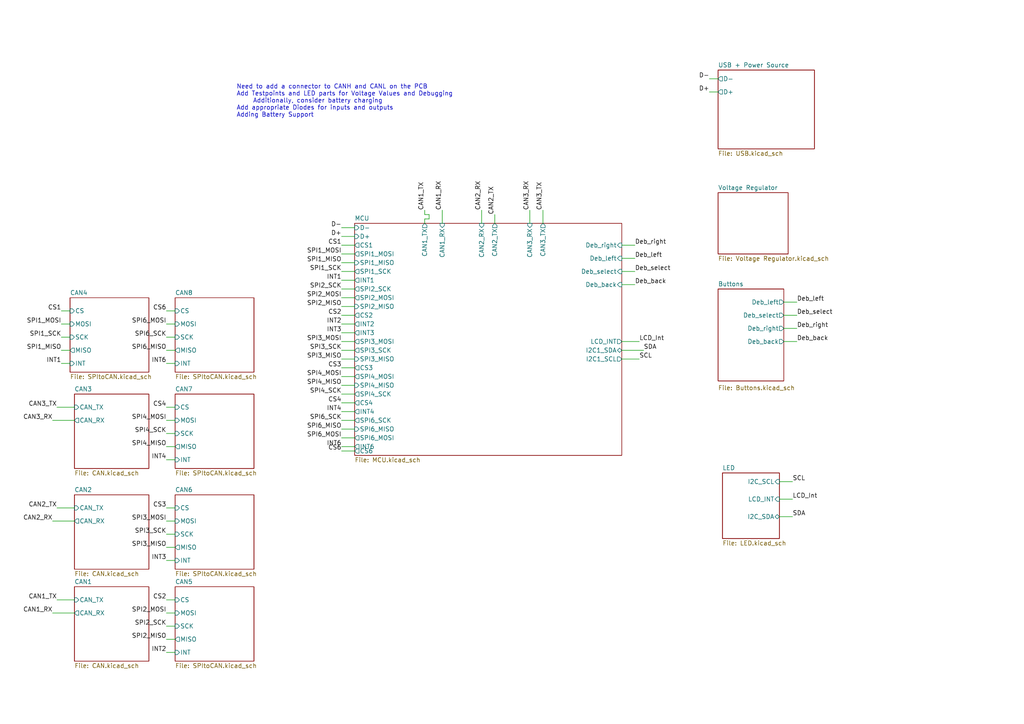
<source format=kicad_sch>
(kicad_sch (version 20230121) (generator eeschema)
  (paper "A4")
  (lib_symbols)
  (wire (pts (xy 48.26 147.32) (xy 50.8 147.32)))
  (wire (pts (xy 99.06 83.82) (xy 102.87 83.82)))
  (wire (pts (xy 226.06 139.7) (xy 229.87 139.7)))
  (wire (pts (xy 99.06 106.68) (xy 102.87 106.68)))
  (wire (pts (xy 48.26 133.35) (xy 50.8 133.35)))
  (wire (pts (xy 48.26 151.13) (xy 50.8 151.13)))
  (wire (pts (xy 123.19 62.23) (xy 123.19 60.96)))
  (wire (pts (xy 123.19 63.5) (xy 123.19 64.77)))
  (wire (pts (xy 99.06 130.81) (xy 102.87 130.81)))
  (wire (pts (xy 99.06 78.74) (xy 102.87 78.74)))
  (wire (pts (xy 99.06 99.06) (xy 102.87 99.06)))
  (wire (pts (xy 124.46 63.5) (xy 124.46 62.23)))
  (wire (pts (xy 226.06 149.86) (xy 229.87 149.86)))
  (wire (pts (xy 99.06 96.52) (xy 102.87 96.52)))
  (wire (pts (xy 128.27 60.96) (xy 128.27 64.77)))
  (wire (pts (xy 48.26 129.54) (xy 50.8 129.54)))
  (wire (pts (xy 99.06 81.28) (xy 102.87 81.28)))
  (wire (pts (xy 17.78 97.79) (xy 20.32 97.79)))
  (wire (pts (xy 48.26 158.75) (xy 50.8 158.75)))
  (wire (pts (xy 48.26 154.94) (xy 50.8 154.94)))
  (wire (pts (xy 99.06 86.36) (xy 102.87 86.36)))
  (wire (pts (xy 99.06 109.22) (xy 102.87 109.22)))
  (wire (pts (xy 15.24 151.13) (xy 21.59 151.13)))
  (wire (pts (xy 99.06 91.44) (xy 102.87 91.44)))
  (wire (pts (xy 48.26 185.42) (xy 50.8 185.42)))
  (wire (pts (xy 180.34 101.6) (xy 186.69 101.6)))
  (wire (pts (xy 16.51 173.99) (xy 21.59 173.99)))
  (wire (pts (xy 17.78 101.6) (xy 20.32 101.6)))
  (wire (pts (xy 99.06 88.9) (xy 102.87 88.9)))
  (wire (pts (xy 99.06 68.58) (xy 102.87 68.58)))
  (wire (pts (xy 180.34 99.06) (xy 185.42 99.06)))
  (wire (pts (xy 123.19 63.5) (xy 124.46 63.5)))
  (wire (pts (xy 48.26 189.23) (xy 50.8 189.23)))
  (wire (pts (xy 48.26 125.73) (xy 50.8 125.73)))
  (wire (pts (xy 139.7 60.96) (xy 139.7 64.77)))
  (wire (pts (xy 48.26 181.61) (xy 50.8 181.61)))
  (wire (pts (xy 99.06 121.92) (xy 102.87 121.92)))
  (wire (pts (xy 99.06 76.2) (xy 102.87 76.2)))
  (wire (pts (xy 17.78 93.98) (xy 20.32 93.98)))
  (wire (pts (xy 48.26 118.11) (xy 50.8 118.11)))
  (wire (pts (xy 16.51 118.11) (xy 21.59 118.11)))
  (wire (pts (xy 99.06 101.6) (xy 102.87 101.6)))
  (wire (pts (xy 227.33 99.06) (xy 231.14 99.06)))
  (wire (pts (xy 99.06 73.66) (xy 102.87 73.66)))
  (wire (pts (xy 205.74 26.67) (xy 208.28 26.67)))
  (wire (pts (xy 157.48 60.96) (xy 157.48 64.77)))
  (wire (pts (xy 227.33 87.63) (xy 231.14 87.63)))
  (wire (pts (xy 99.06 129.54) (xy 102.87 129.54)))
  (wire (pts (xy 99.06 116.84) (xy 102.87 116.84)))
  (wire (pts (xy 48.26 162.56) (xy 50.8 162.56)))
  (wire (pts (xy 227.33 91.44) (xy 231.14 91.44)))
  (wire (pts (xy 48.26 93.98) (xy 50.8 93.98)))
  (wire (pts (xy 99.06 114.3) (xy 102.87 114.3)))
  (wire (pts (xy 123.19 62.23) (xy 124.46 62.23)))
  (wire (pts (xy 99.06 71.12) (xy 102.87 71.12)))
  (wire (pts (xy 48.26 101.6) (xy 50.8 101.6)))
  (wire (pts (xy 153.67 60.96) (xy 153.67 64.77)))
  (wire (pts (xy 180.34 74.93) (xy 184.15 74.93)))
  (wire (pts (xy 48.26 177.8) (xy 50.8 177.8)))
  (wire (pts (xy 99.06 124.46) (xy 102.87 124.46)))
  (wire (pts (xy 16.51 147.32) (xy 21.59 147.32)))
  (wire (pts (xy 180.34 104.14) (xy 185.42 104.14)))
  (wire (pts (xy 17.78 105.41) (xy 20.32 105.41)))
  (wire (pts (xy 180.34 78.74) (xy 184.15 78.74)))
  (wire (pts (xy 99.06 66.04) (xy 102.87 66.04)))
  (wire (pts (xy 99.06 93.98) (xy 102.87 93.98)))
  (wire (pts (xy 15.24 121.92) (xy 21.59 121.92)))
  (wire (pts (xy 48.26 121.92) (xy 50.8 121.92)))
  (wire (pts (xy 227.33 95.25) (xy 231.14 95.25)))
  (wire (pts (xy 15.24 177.8) (xy 21.59 177.8)))
  (wire (pts (xy 48.26 105.41) (xy 50.8 105.41)))
  (wire (pts (xy 226.06 144.78) (xy 229.87 144.78)))
  (wire (pts (xy 205.74 22.86) (xy 208.28 22.86)))
  (wire (pts (xy 99.06 111.76) (xy 102.87 111.76)))
  (wire (pts (xy 143.51 62.23) (xy 143.51 64.77)))
  (wire (pts (xy 48.26 97.79) (xy 50.8 97.79)))
  (wire (pts (xy 180.34 71.12) (xy 184.15 71.12)))
  (wire (pts (xy 17.78 90.17) (xy 20.32 90.17)))
  (wire (pts (xy 99.06 119.38) (xy 102.87 119.38)))
  (wire (pts (xy 48.26 173.99) (xy 50.8 173.99)))
  (wire (pts (xy 99.06 127) (xy 102.87 127)))
  (wire (pts (xy 180.34 82.55) (xy 184.15 82.55)))
  (wire (pts (xy 99.06 104.14) (xy 102.87 104.14)))
  (wire (pts (xy 48.26 90.17) (xy 50.8 90.17)))
  (text "Need to add a connector to CANH and CANL on the PCB\nAdd Testpoints and LED parts for Voltage Values and Debugging\n	Additionally, consider battery charging\nAdd appropriate Diodes for inputs and outputs\nAdding Battery Support\n\n\n\n\n\n\n\n\n\n\n" (at 68.58 54.61 0) (effects (font (size 1.27 1.27)) (justify left bottom)))
  (label "SDA" (at 229.87 149.86 0))
  (label "SPI3_MOSI" (at 48.26 151.13 180))
  (label "SPI3_SCK" (at 48.26 154.94 180))
  (label "CAN3_RX" (at 153.67 60.96 90))
  (label "Deb_back" (at 231.14 99.06 0))
  (label "CS6" (at 99.06 130.81 180))
  (label "SPI3_MISO" (at 48.26 158.75 180))
  (label "CS2" (at 99.06 91.44 180))
  (label "D-" (at 99.06 66.04 180))
  (label "CAN2_RX" (at 15.24 151.13 180))
  (label "CS2" (at 48.26 173.99 180))
  (label "INT2" (at 48.26 189.23 180))
  (label "SPI2_MISO" (at 99.06 88.9 180))
  (label "CAN3_TX" (at 16.51 118.11 180))
  (label "CAN1_RX" (at 15.24 177.8 180))
  (label "SCL" (at 229.87 139.7 0))
  (label "CS6" (at 48.26 90.17 180))
  (label "SPI1_MOSI" (at 17.78 93.98 180))
  (label "SPI2_MOSI" (at 99.06 86.36 180))
  (label "SPI1_SCK" (at 99.06 78.74 180))
  (label "SPI4_MOSI" (at 99.06 109.22 180))
  (label "SPI3_SCK" (at 99.06 101.6 180))
  (label "SPI4_SCK" (at 48.26 125.73 180))
  (label "SPI4_SCK" (at 99.06 114.3 180))
  (label "SPI4_MOSI" (at 48.26 121.92 180))
  (label "SPI2_SCK" (at 99.06 83.82 180))
  (label "SPI6_MOSI" (at 99.06 127 180))
  (label "SPI6_MOSI" (at 48.26 93.98 180))
  (label "SPI1_SCK" (at 17.78 97.79 180))
  (label "SPI1_MISO" (at 99.06 76.2 180))
  (label "SPI4_MISO" (at 99.06 111.76 180))
  (label "SPI2_SCK" (at 48.26 181.61 180))
  (label "SPI1_MOSI" (at 99.06 73.66 180))
  (label "Deb_left" (at 231.14 87.63 0))
  (label "CAN2_TX" (at 143.51 62.23 90))
  (label "CS4" (at 99.06 116.84 180))
  (label "CAN1_TX" (at 16.51 173.99 180))
  (label "Deb_right" (at 184.15 71.12 0))
  (label "CAN3_RX" (at 15.24 121.92 180))
  (label "SPI2_MISO" (at 48.26 185.42 180))
  (label "LCD_Int" (at 229.87 144.78 0))
  (label "INT6" (at 48.26 105.41 180))
  (label "INT2" (at 99.06 93.98 180))
  (label "INT3" (at 99.06 96.52 180))
  (label "Deb_select" (at 231.14 91.44 0))
  (label "CAN2_TX" (at 16.51 147.32 180))
  (label "SPI6_MISO" (at 99.06 124.46 180))
  (label "SPI3_MOSI" (at 99.06 99.06 180))
  (label "Deb_back" (at 184.15 82.55 0))
  (label "INT6" (at 99.06 129.54 180))
  (label "Deb_left" (at 184.15 74.93 0))
  (label "CAN1_TX" (at 123.19 60.96 90))
  (label "CS1" (at 99.06 71.12 180))
  (label "CS1" (at 17.78 90.17 180))
  (label "D+" (at 99.06 68.58 180))
  (label "SPI6_MISO" (at 48.26 101.6 180))
  (label "LCD_Int" (at 185.42 99.06 0))
  (label "CS3" (at 99.06 106.68 180))
  (label "CAN2_RX" (at 139.7 60.96 90))
  (label "CAN3_TX" (at 157.48 60.96 90))
  (label "Deb_select" (at 184.15 78.74 0))
  (label "SCL" (at 185.42 104.14 0))
  (label "CS4" (at 48.26 118.11 180))
  (label "D+" (at 205.74 26.67 180))
  (label "INT4" (at 99.06 119.38 180))
  (label "SPI6_SCK" (at 48.26 97.79 180))
  (label "SDA" (at 186.69 101.6 0))
  (label "INT4" (at 48.26 133.35 180))
  (label "CS3" (at 48.26 147.32 180))
  (label "CAN1_RX" (at 128.27 60.96 90))
  (label "SPI2_MOSI" (at 48.26 177.8 180))
  (label "Deb_right" (at 231.14 95.25 0))
  (label "SPI3_MISO" (at 99.06 104.14 180))
  (label "INT3" (at 48.26 162.56 180))
  (label "D-" (at 205.74 22.86 180))
  (label "SPI6_SCK" (at 99.06 121.92 180))
  (label "SPI1_MISO" (at 17.78 101.6 180))
  (label "SPI4_MISO" (at 48.26 129.54 180))
  (label "INT1" (at 99.06 81.28 180))
  (label "INT1" (at 17.78 105.41 180))
  (sheet (at 209.55 137.16) (size 16.51 19.05) (stroke (width 0.1524))
    (property "Sheetname" "LED" (at 209.55 136.4484 0) (effects (justify left bottom)))
    (property "Sheetfile" "LED.kicad_sch" (at 209.55 156.7946 0) (effects (justify left top)))
    (pin "I2C_SCL" input (at 226.06 139.7 0))
    (pin "LCD_INT" input (at 226.06 144.78 0))
    (pin "I2C_SDA" bidirectional (at 226.06 149.86 0))
  )
  (sheet (at 208.28 20.32) (size 27.94 22.86) (stroke (width 0.1524))
    (property "Sheetname" "USB + Power Source" (at 208.28 19.6084 0) (effects (justify left bottom)))
    (property "Sheetfile" "USB.kicad_sch" (at 208.28 43.7646 0) (effects (justify left top)))
    (pin "D-" output (at 208.28 22.86 180))
    (pin "D+" output (at 208.28 26.67 180))
  )
  (sheet (at 208.28 55.88) (size 20.32 17.78) (stroke (width 0.1524))
    (property "Sheetname" "Voltage Regulator" (at 208.28 55.1684 0) (effects (justify left bottom)))
    (property "Sheetfile" "Voltage Regulator.kicad_sch" (at 208.28 74.2446 0) (effects (justify left top)))
  )
  (sheet (at 102.87 64.77) (size 77.47 67.31) (stroke (width 0.1524))
    (property "Sheetname" "MCU" (at 102.87 64.0584 0) (effects (justify left bottom)))
    (property "Sheetfile" "MCU.kicad_sch" (at 102.87 132.6646 0) (effects (justify left top)))
    (pin "Deb_right" input (at 180.34 71.12 0))
    (pin "SPI4_MOSI" output (at 102.87 109.22 180))
    (pin "SPI4_MISO" input (at 102.87 111.76 180))
    (pin "SPI4_SCK" output (at 102.87 114.3 180))
    (pin "Deb_left" input (at 180.34 74.93 0))
    (pin "Deb_select" input (at 180.34 78.74 0))
    (pin "Deb_back" input (at 180.34 82.55 0))
    (pin "SPI1_SCK" output (at 102.87 78.74 180))
    (pin "SPI1_MISO" input (at 102.87 76.2 180))
    (pin "CAN3_TX" output (at 157.48 64.77 90))
    (pin "CAN3_RX" input (at 153.67 64.77 90))
    (pin "D-" input (at 102.87 66.04 180))
    (pin "D+" input (at 102.87 68.58 180))
    (pin "SPI6_MOSI" output (at 102.87 127 180))
    (pin "SPI6_MISO" input (at 102.87 124.46 180))
    (pin "SPI6_SCK" output (at 102.87 121.92 180))
    (pin "SPI2_MISO" input (at 102.87 88.9 180))
    (pin "SPI3_SCK" output (at 102.87 101.6 180))
    (pin "SPI2_MOSI" output (at 102.87 86.36 180))
    (pin "SPI1_MOSI" output (at 102.87 73.66 180))
    (pin "SPI3_MISO" input (at 102.87 104.14 180))
    (pin "CAN1_TX" output (at 123.19 64.77 90))
    (pin "CAN1_RX" input (at 128.27 64.77 90))
    (pin "LCD_INT" output (at 180.34 99.06 0))
    (pin "I2C1_SDA" bidirectional (at 180.34 101.6 0))
    (pin "I2C1_SCL" output (at 180.34 104.14 0))
    (pin "SPI2_SCK" output (at 102.87 83.82 180))
    (pin "CAN2_RX" input (at 139.7 64.77 90))
    (pin "CAN2_TX" output (at 143.51 64.77 90))
    (pin "SPI3_MOSI" output (at 102.87 99.06 180))
    (pin "INT6" output (at 102.87 129.54 180))
    (pin "CS1" output (at 102.87 71.12 180))
    (pin "INT1" output (at 102.87 81.28 180))
    (pin "CS2" output (at 102.87 91.44 180))
    (pin "INT2" output (at 102.87 93.98 180))
    (pin "CS3" output (at 102.87 106.68 180))
    (pin "INT3" output (at 102.87 96.52 180))
    (pin "CS4" output (at 102.87 116.84 180))
    (pin "INT4" output (at 102.87 119.38 180))
    (pin "CS6" output (at 102.87 130.81 180))
  )
  (sheet (at 20.32 86.36) (size 22.86 21.59) (stroke (width 0.1524))
    (property "Sheetname" "CAN4" (at 20.32 85.6484 0) (effects (justify left bottom)))
    (property "Sheetfile" "SPItoCAN.kicad_sch" (at 20.32 108.5346 0) (effects (justify left top)))
    (pin "CS" input (at 20.32 90.17 180))
    (pin "MOSI" input (at 20.32 93.98 180))
    (pin "SCK" input (at 20.32 97.79 180))
    (pin "MISO" output (at 20.32 101.6 180))
    (pin "INT" input (at 20.32 105.41 180))
  )
  (sheet (at 21.59 114.3) (size 21.59 21.59) (stroke (width 0.1524))
    (property "Sheetname" "CAN3" (at 21.59 113.5884 0) (effects (justify left bottom)))
    (property "Sheetfile" "CAN.kicad_sch" (at 21.59 136.4746 0) (effects (justify left top)))
    (pin "CAN_TX" input (at 21.59 118.11 180))
    (pin "CAN_RX" output (at 21.59 121.92 180))
  )
  (sheet (at 50.8 143.51) (size 22.86 21.59) (stroke (width 0.1524))
    (property "Sheetname" "CAN6" (at 50.8 142.7984 0) (effects (justify left bottom)))
    (property "Sheetfile" "SPItoCAN.kicad_sch" (at 50.8 165.6846 0) (effects (justify left top)))
    (pin "CS" input (at 50.8 147.32 180))
    (pin "MOSI" input (at 50.8 151.13 180))
    (pin "SCK" input (at 50.8 154.94 180))
    (pin "MISO" output (at 50.8 158.75 180))
    (pin "INT" input (at 50.8 162.56 180))
  )
  (sheet (at 208.28 83.82) (size 19.05 26.67) (stroke (width 0.1524))
    (property "Sheetname" "Buttons" (at 208.28 83.1084 0) (effects (justify left bottom)))
    (property "Sheetfile" "Buttons.kicad_sch" (at 208.28 111.76 0) (effects (justify left top)))
    (pin "Deb_left" output (at 227.33 87.63 0))
    (pin "Deb_select" output (at 227.33 91.44 0))
    (pin "Deb_right" output (at 227.33 95.25 0))
    (pin "Deb_back" output (at 227.33 99.06 0))
  )
  (sheet (at 21.59 170.18) (size 21.59 21.59) (stroke (width 0.1524))
    (property "Sheetname" "CAN1" (at 21.59 169.4684 0) (effects (justify left bottom)))
    (property "Sheetfile" "CAN.kicad_sch" (at 21.59 192.3546 0) (effects (justify left top)))
    (pin "CAN_TX" input (at 21.59 173.99 180))
    (pin "CAN_RX" output (at 21.59 177.8 180))
  )
  (sheet (at 50.8 114.3) (size 22.86 21.59) (stroke (width 0.1524))
    (property "Sheetname" "CAN7" (at 50.8 113.5884 0) (effects (justify left bottom)))
    (property "Sheetfile" "SPItoCAN.kicad_sch" (at 50.8 136.4746 0) (effects (justify left top)))
    (pin "CS" input (at 50.8 118.11 180))
    (pin "MOSI" input (at 50.8 121.92 180))
    (pin "SCK" input (at 50.8 125.73 180))
    (pin "MISO" output (at 50.8 129.54 180))
    (pin "INT" input (at 50.8 133.35 180))
  )
  (sheet (at 50.8 86.36) (size 22.86 21.59) (stroke (width 0.1524))
    (property "Sheetname" "CAN8" (at 50.8 85.6484 0) (effects (justify left bottom)))
    (property "Sheetfile" "SPItoCAN.kicad_sch" (at 50.8 108.5346 0) (effects (justify left top)))
    (pin "CS" input (at 50.8 90.17 180))
    (pin "MOSI" input (at 50.8 93.98 180))
    (pin "SCK" input (at 50.8 97.79 180))
    (pin "MISO" output (at 50.8 101.6 180))
    (pin "INT" input (at 50.8 105.41 180))
  )
  (sheet (at 21.59 143.51) (size 21.59 21.59) (stroke (width 0.1524))
    (property "Sheetname" "CAN2" (at 21.59 142.7984 0) (effects (justify left bottom)))
    (property "Sheetfile" "CAN.kicad_sch" (at 21.59 165.6846 0) (effects (justify left top)))
    (pin "CAN_TX" input (at 21.59 147.32 180))
    (pin "CAN_RX" output (at 21.59 151.13 180))
  )
  (sheet (at 50.8 170.18) (size 22.86 21.59) (stroke (width 0.1524))
    (property "Sheetname" "CAN5" (at 50.8 169.4684 0) (effects (justify left bottom)))
    (property "Sheetfile" "SPItoCAN.kicad_sch" (at 50.8 192.3546 0) (effects (justify left top)))
    (pin "CS" input (at 50.8 173.99 180))
    (pin "MOSI" input (at 50.8 177.8 180))
    (pin "SCK" input (at 50.8 181.61 180))
    (pin "MISO" output (at 50.8 185.42 180))
    (pin "INT" input (at 50.8 189.23 180))
  )
)
</source>
